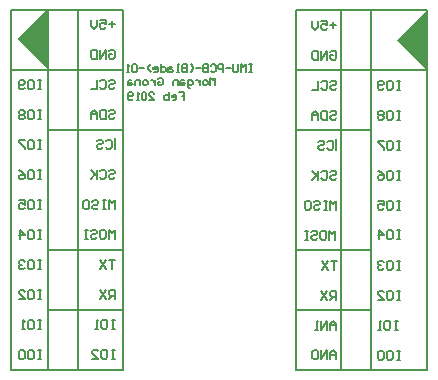
<source format=gbo>
G04*
G04 #@! TF.GenerationSoftware,Altium Limited,Altium Designer,18.1.9 (240)*
G04*
G04 Layer_Color=32896*
%FSLAX24Y24*%
%MOIN*%
G70*
G01*
G75*
%ADD10C,0.0070*%
%ADD11C,0.0080*%
G36*
X1200Y13014D02*
Y11006D01*
X186Y12010D01*
X1200Y13014D01*
D02*
G37*
G36*
X13842Y12992D02*
Y10984D01*
X12828Y11988D01*
X13842Y12992D01*
D02*
G37*
D10*
Y990D02*
Y12992D01*
X11980Y990D02*
Y12990D01*
X9480Y10990D02*
X13842D01*
X9480Y12990D02*
X13842Y12992D01*
X10980Y990D02*
Y12990D01*
X9480Y990D02*
X13842D01*
X9462D02*
Y12990D01*
X9480Y8990D02*
X11980D01*
X9480Y2990D02*
X11980D01*
X-10Y10996D02*
X3692D01*
X-10Y13002D02*
X3692D01*
X-10Y1002D02*
X3692D01*
X1210Y9002D02*
X3692D01*
X1210Y5002D02*
X3692D01*
X1210Y3002D02*
X3692D01*
X2192Y1002D02*
Y13002D01*
X1192Y1002D02*
Y13002D01*
X3692Y1002D02*
Y13002D01*
X-10Y1002D02*
Y13002D01*
X5573Y10240D02*
X5740D01*
Y10115D01*
X5657D01*
X5740D01*
Y9990D01*
X5365D02*
X5449D01*
X5490Y10032D01*
Y10115D01*
X5449Y10157D01*
X5365D01*
X5324Y10115D01*
Y10073D01*
X5490D01*
X5240Y10240D02*
Y9990D01*
X5115D01*
X5074Y10032D01*
Y10073D01*
Y10115D01*
X5115Y10157D01*
X5240D01*
X4574Y9990D02*
X4740D01*
X4574Y10157D01*
Y10198D01*
X4615Y10240D01*
X4699D01*
X4740Y10198D01*
X4490D02*
X4449Y10240D01*
X4366D01*
X4324Y10198D01*
Y10032D01*
X4366Y9990D01*
X4449D01*
X4490Y10032D01*
Y10198D01*
X4241Y9990D02*
X4157D01*
X4199D01*
Y10240D01*
X4241Y10198D01*
X4032Y10032D02*
X3991Y9990D01*
X3907D01*
X3866Y10032D01*
Y10198D01*
X3907Y10240D01*
X3991D01*
X4032Y10198D01*
Y10157D01*
X3991Y10115D01*
X3866D01*
X8000Y11170D02*
X7917D01*
X7958D01*
Y10920D01*
X8000D01*
X7917D01*
X7792D02*
Y11170D01*
X7708Y11087D01*
X7625Y11170D01*
Y10920D01*
X7542Y11170D02*
Y10962D01*
X7500Y10920D01*
X7417D01*
X7375Y10962D01*
Y11170D01*
X7292Y11045D02*
X7125D01*
X7042Y10920D02*
Y11170D01*
X6917D01*
X6875Y11128D01*
Y11045D01*
X6917Y11003D01*
X7042D01*
X6625Y11128D02*
X6667Y11170D01*
X6750D01*
X6792Y11128D01*
Y10962D01*
X6750Y10920D01*
X6667D01*
X6625Y10962D01*
X6542Y11170D02*
Y10920D01*
X6417D01*
X6376Y10962D01*
Y11003D01*
X6417Y11045D01*
X6542D01*
X6417D01*
X6376Y11087D01*
Y11128D01*
X6417Y11170D01*
X6542D01*
X6292Y11045D02*
X6126D01*
X5959Y10920D02*
X6042Y11003D01*
Y11087D01*
X5959Y11170D01*
X5834D02*
Y10920D01*
X5709D01*
X5667Y10962D01*
Y11003D01*
X5709Y11045D01*
X5834D01*
X5709D01*
X5667Y11087D01*
Y11128D01*
X5709Y11170D01*
X5834D01*
X5584Y10920D02*
X5501D01*
X5542D01*
Y11170D01*
X5584D01*
X5334Y11087D02*
X5251D01*
X5209Y11045D01*
Y10920D01*
X5334D01*
X5376Y10962D01*
X5334Y11003D01*
X5209D01*
X4959Y11170D02*
Y10920D01*
X5084D01*
X5126Y10962D01*
Y11045D01*
X5084Y11087D01*
X4959D01*
X4751Y10920D02*
X4834D01*
X4876Y10962D01*
Y11045D01*
X4834Y11087D01*
X4751D01*
X4709Y11045D01*
Y11003D01*
X4876D01*
X4626Y10920D02*
X4543Y11003D01*
Y11087D01*
X4626Y11170D01*
X4418Y11045D02*
X4251D01*
X4168Y11128D02*
X4126Y11170D01*
X4043D01*
X4001Y11128D01*
Y10962D01*
X4043Y10920D01*
X4126D01*
X4168Y10962D01*
Y11128D01*
X3918Y10920D02*
X3835D01*
X3876D01*
Y11170D01*
X3918Y11128D01*
X6780Y10474D02*
Y10724D01*
X6697Y10640D01*
X6613Y10724D01*
Y10474D01*
X6489D02*
X6405D01*
X6364Y10515D01*
Y10599D01*
X6405Y10640D01*
X6489D01*
X6530Y10599D01*
Y10515D01*
X6489Y10474D01*
X6280Y10640D02*
Y10474D01*
Y10557D01*
X6239Y10599D01*
X6197Y10640D01*
X6155D01*
X5947Y10390D02*
X5905D01*
X5864Y10432D01*
Y10640D01*
X5989D01*
X6030Y10599D01*
Y10515D01*
X5989Y10474D01*
X5864D01*
X5739Y10640D02*
X5655D01*
X5614Y10599D01*
Y10474D01*
X5739D01*
X5780Y10515D01*
X5739Y10557D01*
X5614D01*
X5530Y10474D02*
Y10640D01*
X5406D01*
X5364Y10599D01*
Y10474D01*
X4864Y10682D02*
X4906Y10724D01*
X4989D01*
X5031Y10682D01*
Y10515D01*
X4989Y10474D01*
X4906D01*
X4864Y10515D01*
Y10599D01*
X4947D01*
X4781Y10640D02*
Y10474D01*
Y10557D01*
X4739Y10599D01*
X4697Y10640D01*
X4656D01*
X4489Y10474D02*
X4406D01*
X4364Y10515D01*
Y10599D01*
X4406Y10640D01*
X4489D01*
X4531Y10599D01*
Y10515D01*
X4489Y10474D01*
X4281D02*
Y10640D01*
X4156D01*
X4114Y10599D01*
Y10474D01*
X3989Y10640D02*
X3906D01*
X3864Y10599D01*
Y10474D01*
X3989D01*
X4031Y10515D01*
X3989Y10557D01*
X3864D01*
X10811Y1338D02*
Y1538D01*
X10711Y1638D01*
X10611Y1538D01*
Y1338D01*
Y1488D01*
X10811D01*
X10511Y1338D02*
Y1638D01*
X10311Y1338D01*
Y1638D01*
X10211Y1588D02*
X10161Y1638D01*
X10061D01*
X10011Y1588D01*
Y1388D01*
X10061Y1338D01*
X10161D01*
X10211Y1388D01*
Y1588D01*
X10821Y2333D02*
Y2532D01*
X10721Y2632D01*
X10621Y2532D01*
Y2333D01*
Y2482D01*
X10821D01*
X10521Y2333D02*
Y2632D01*
X10321Y2333D01*
Y2632D01*
X10221Y2333D02*
X10121D01*
X10171D01*
Y2632D01*
X10221Y2582D01*
X10811Y3336D02*
Y3636D01*
X10661D01*
X10611Y3586D01*
Y3486D01*
X10661Y3436D01*
X10811D01*
X10711D02*
X10611Y3336D01*
X10511Y3636D02*
X10311Y3336D01*
Y3636D02*
X10511Y3336D01*
X10839Y4623D02*
X10639D01*
X10739D01*
Y4323D01*
X10539Y4623D02*
X10339Y4323D01*
Y4623D02*
X10539Y4323D01*
X10781Y5334D02*
Y5634D01*
X10681Y5534D01*
X10581Y5634D01*
Y5334D01*
X10331Y5634D02*
X10431D01*
X10481Y5584D01*
Y5384D01*
X10431Y5334D01*
X10331D01*
X10281Y5384D01*
Y5584D01*
X10331Y5634D01*
X9981Y5584D02*
X10031Y5634D01*
X10131D01*
X10181Y5584D01*
Y5534D01*
X10131Y5484D01*
X10031D01*
X9981Y5434D01*
Y5384D01*
X10031Y5334D01*
X10131D01*
X10181Y5384D01*
X9881Y5634D02*
X9782D01*
X9831D01*
Y5334D01*
X9881D01*
X9782D01*
X10821Y6333D02*
Y6632D01*
X10721Y6532D01*
X10621Y6632D01*
Y6333D01*
X10521Y6632D02*
X10421D01*
X10471D01*
Y6333D01*
X10521D01*
X10421D01*
X10071Y6582D02*
X10121Y6632D01*
X10221D01*
X10271Y6582D01*
Y6532D01*
X10221Y6482D01*
X10121D01*
X10071Y6432D01*
Y6382D01*
X10121Y6333D01*
X10221D01*
X10271Y6382D01*
X9821Y6632D02*
X9921D01*
X9971Y6582D01*
Y6382D01*
X9921Y6333D01*
X9821D01*
X9771Y6382D01*
Y6582D01*
X9821Y6632D01*
X10615Y7582D02*
X10665Y7632D01*
X10765D01*
X10815Y7582D01*
Y7532D01*
X10765Y7482D01*
X10665D01*
X10615Y7432D01*
Y7383D01*
X10665Y7333D01*
X10765D01*
X10815Y7383D01*
X10315Y7582D02*
X10365Y7632D01*
X10465D01*
X10515Y7582D01*
Y7383D01*
X10465Y7333D01*
X10365D01*
X10315Y7383D01*
X10215Y7632D02*
Y7333D01*
Y7432D01*
X10015Y7632D01*
X10165Y7482D01*
X10015Y7333D01*
X10811Y8427D02*
Y8676D01*
Y8377D02*
Y8327D01*
X10511Y8577D02*
X10561Y8627D01*
X10661D01*
X10711Y8577D01*
Y8377D01*
X10661Y8327D01*
X10561D01*
X10511Y8377D01*
X10211Y8577D02*
X10261Y8627D01*
X10361D01*
X10411Y8577D01*
Y8527D01*
X10361Y8477D01*
X10261D01*
X10211Y8427D01*
Y8377D01*
X10261Y8327D01*
X10361D01*
X10411Y8377D01*
X10615Y9582D02*
X10665Y9632D01*
X10765D01*
X10815Y9582D01*
Y9532D01*
X10765Y9482D01*
X10665D01*
X10615Y9432D01*
Y9383D01*
X10665Y9333D01*
X10765D01*
X10815Y9383D01*
X10515Y9632D02*
Y9333D01*
X10365D01*
X10315Y9383D01*
Y9582D01*
X10365Y9632D01*
X10515D01*
X10215Y9333D02*
Y9532D01*
X10115Y9632D01*
X10015Y9532D01*
Y9333D01*
Y9482D01*
X10215D01*
X10615Y10582D02*
X10665Y10632D01*
X10765D01*
X10815Y10582D01*
Y10532D01*
X10765Y10482D01*
X10665D01*
X10615Y10432D01*
Y10382D01*
X10665Y10333D01*
X10765D01*
X10815Y10382D01*
X10315Y10582D02*
X10365Y10632D01*
X10465D01*
X10515Y10582D01*
Y10382D01*
X10465Y10333D01*
X10365D01*
X10315Y10382D01*
X10215Y10632D02*
Y10333D01*
X10015D01*
X10615Y11582D02*
X10665Y11632D01*
X10765D01*
X10815Y11582D01*
Y11382D01*
X10765Y11333D01*
X10665D01*
X10615Y11382D01*
Y11482D01*
X10715D01*
X10515Y11333D02*
Y11632D01*
X10315Y11333D01*
Y11632D01*
X10215D02*
Y11333D01*
X10065D01*
X10015Y11382D01*
Y11582D01*
X10065Y11632D01*
X10215D01*
X10815Y12482D02*
X10615D01*
X10715Y12582D02*
Y12383D01*
X10315Y12632D02*
X10515D01*
Y12482D01*
X10415Y12532D01*
X10365D01*
X10315Y12482D01*
Y12383D01*
X10365Y12333D01*
X10465D01*
X10515Y12383D01*
X10215Y12632D02*
Y12432D01*
X10115Y12333D01*
X10015Y12432D01*
Y12632D01*
X12947Y1628D02*
X12847D01*
X12897D01*
Y1329D01*
X12947D01*
X12847D01*
X12547Y1628D02*
X12647D01*
X12697Y1578D01*
Y1379D01*
X12647Y1329D01*
X12547D01*
X12497Y1379D01*
Y1578D01*
X12547Y1628D01*
X12397Y1578D02*
X12347Y1628D01*
X12247D01*
X12197Y1578D01*
Y1379D01*
X12247Y1329D01*
X12347D01*
X12397Y1379D01*
Y1578D01*
X12858Y2632D02*
X12758D01*
X12808D01*
Y2333D01*
X12858D01*
X12758D01*
X12458Y2632D02*
X12558D01*
X12608Y2582D01*
Y2383D01*
X12558Y2333D01*
X12458D01*
X12408Y2383D01*
Y2582D01*
X12458Y2632D01*
X12308Y2333D02*
X12208D01*
X12258D01*
Y2632D01*
X12308Y2582D01*
X12951Y3632D02*
X12851D01*
X12901D01*
Y3333D01*
X12951D01*
X12851D01*
X12551Y3632D02*
X12651D01*
X12701Y3582D01*
Y3383D01*
X12651Y3333D01*
X12551D01*
X12501Y3383D01*
Y3582D01*
X12551Y3632D01*
X12201Y3333D02*
X12401D01*
X12201Y3532D01*
Y3582D01*
X12251Y3632D01*
X12351D01*
X12401Y3582D01*
X12947Y4630D02*
X12847D01*
X12897D01*
Y4331D01*
X12947D01*
X12847D01*
X12547Y4630D02*
X12647D01*
X12697Y4580D01*
Y4381D01*
X12647Y4331D01*
X12547D01*
X12497Y4381D01*
Y4580D01*
X12547Y4630D01*
X12397Y4580D02*
X12347Y4630D01*
X12247D01*
X12197Y4580D01*
Y4530D01*
X12247Y4480D01*
X12297D01*
X12247D01*
X12197Y4431D01*
Y4381D01*
X12247Y4331D01*
X12347D01*
X12397Y4381D01*
X12947Y5644D02*
X12847D01*
X12897D01*
Y5344D01*
X12947D01*
X12847D01*
X12547Y5644D02*
X12647D01*
X12697Y5594D01*
Y5394D01*
X12647Y5344D01*
X12547D01*
X12497Y5394D01*
Y5594D01*
X12547Y5644D01*
X12247Y5344D02*
Y5644D01*
X12397Y5494D01*
X12197D01*
X12951Y6632D02*
X12851D01*
X12901D01*
Y6333D01*
X12951D01*
X12851D01*
X12551Y6632D02*
X12651D01*
X12701Y6582D01*
Y6382D01*
X12651Y6333D01*
X12551D01*
X12501Y6382D01*
Y6582D01*
X12551Y6632D01*
X12201D02*
X12401D01*
Y6482D01*
X12301Y6532D01*
X12251D01*
X12201Y6482D01*
Y6382D01*
X12251Y6333D01*
X12351D01*
X12401Y6382D01*
X12951Y7632D02*
X12851D01*
X12901D01*
Y7333D01*
X12951D01*
X12851D01*
X12551Y7632D02*
X12651D01*
X12701Y7582D01*
Y7383D01*
X12651Y7333D01*
X12551D01*
X12501Y7383D01*
Y7582D01*
X12551Y7632D01*
X12201D02*
X12301Y7582D01*
X12401Y7482D01*
Y7383D01*
X12351Y7333D01*
X12251D01*
X12201Y7383D01*
Y7432D01*
X12251Y7482D01*
X12401D01*
X12951Y8632D02*
X12851D01*
X12901D01*
Y8333D01*
X12951D01*
X12851D01*
X12551Y8632D02*
X12651D01*
X12701Y8582D01*
Y8382D01*
X12651Y8333D01*
X12551D01*
X12501Y8382D01*
Y8582D01*
X12551Y8632D01*
X12401D02*
X12201D01*
Y8582D01*
X12401Y8382D01*
Y8333D01*
X12951Y9632D02*
X12851D01*
X12901D01*
Y9333D01*
X12951D01*
X12851D01*
X12551Y9632D02*
X12651D01*
X12701Y9582D01*
Y9383D01*
X12651Y9333D01*
X12551D01*
X12501Y9383D01*
Y9582D01*
X12551Y9632D01*
X12401Y9582D02*
X12351Y9632D01*
X12251D01*
X12201Y9582D01*
Y9532D01*
X12251Y9482D01*
X12201Y9432D01*
Y9383D01*
X12251Y9333D01*
X12351D01*
X12401Y9383D01*
Y9432D01*
X12351Y9482D01*
X12401Y9532D01*
Y9582D01*
X12351Y9482D02*
X12251D01*
X12951Y10632D02*
X12851D01*
X12901D01*
Y10333D01*
X12951D01*
X12851D01*
X12551Y10632D02*
X12651D01*
X12701Y10582D01*
Y10382D01*
X12651Y10333D01*
X12551D01*
X12501Y10382D01*
Y10582D01*
X12551Y10632D01*
X12401Y10382D02*
X12351Y10333D01*
X12251D01*
X12201Y10382D01*
Y10582D01*
X12251Y10632D01*
X12351D01*
X12401Y10582D01*
Y10532D01*
X12351Y10482D01*
X12201D01*
X3440Y4654D02*
X3240D01*
X3340D01*
Y4354D01*
X3140Y4654D02*
X2940Y4354D01*
Y4654D02*
X3140Y4354D01*
X3440Y3354D02*
Y3654D01*
X3290D01*
X3240Y3604D01*
Y3504D01*
X3290Y3454D01*
X3440D01*
X3340D02*
X3240Y3354D01*
X3140Y3654D02*
X2940Y3354D01*
Y3654D02*
X3140Y3354D01*
X3440Y8454D02*
Y8704D01*
Y8404D02*
Y8354D01*
X3140Y8604D02*
X3190Y8654D01*
X3290D01*
X3340Y8604D01*
Y8404D01*
X3290Y8354D01*
X3190D01*
X3140Y8404D01*
X2840Y8604D02*
X2890Y8654D01*
X2990D01*
X3040Y8604D01*
Y8554D01*
X2990Y8504D01*
X2890D01*
X2840Y8454D01*
Y8404D01*
X2890Y8354D01*
X2990D01*
X3040Y8404D01*
X3440Y2654D02*
X3340D01*
X3390D01*
Y2354D01*
X3440D01*
X3340D01*
X3040Y2654D02*
X3140D01*
X3190Y2604D01*
Y2404D01*
X3140Y2354D01*
X3040D01*
X2990Y2404D01*
Y2604D01*
X3040Y2654D01*
X2890Y2354D02*
X2790D01*
X2840D01*
Y2654D01*
X2890Y2604D01*
X3440Y1654D02*
X3340D01*
X3390D01*
Y1354D01*
X3440D01*
X3340D01*
X3040Y1654D02*
X3140D01*
X3190Y1604D01*
Y1404D01*
X3140Y1354D01*
X3040D01*
X2990Y1404D01*
Y1604D01*
X3040Y1654D01*
X2690Y1354D02*
X2890D01*
X2690Y1554D01*
Y1604D01*
X2740Y1654D01*
X2840D01*
X2890Y1604D01*
X3240Y7604D02*
X3290Y7654D01*
X3390D01*
X3440Y7604D01*
Y7554D01*
X3390Y7504D01*
X3290D01*
X3240Y7454D01*
Y7404D01*
X3290Y7354D01*
X3390D01*
X3440Y7404D01*
X2940Y7604D02*
X2990Y7654D01*
X3090D01*
X3140Y7604D01*
Y7404D01*
X3090Y7354D01*
X2990D01*
X2940Y7404D01*
X2840Y7654D02*
Y7354D01*
Y7454D01*
X2640Y7654D01*
X2790Y7504D01*
X2640Y7354D01*
X3240Y11604D02*
X3290Y11654D01*
X3390D01*
X3440Y11604D01*
Y11404D01*
X3390Y11354D01*
X3290D01*
X3240Y11404D01*
Y11504D01*
X3340D01*
X3140Y11354D02*
Y11654D01*
X2940Y11354D01*
Y11654D01*
X2840D02*
Y11354D01*
X2690D01*
X2640Y11404D01*
Y11604D01*
X2690Y11654D01*
X2840D01*
X3440Y12504D02*
X3240D01*
X3340Y12604D02*
Y12404D01*
X2940Y12654D02*
X3140D01*
Y12504D01*
X3040Y12554D01*
X2990D01*
X2940Y12504D01*
Y12404D01*
X2990Y12354D01*
X3090D01*
X3140Y12404D01*
X2840Y12654D02*
Y12454D01*
X2740Y12354D01*
X2640Y12454D01*
Y12654D01*
X3240Y10604D02*
X3290Y10654D01*
X3390D01*
X3440Y10604D01*
Y10554D01*
X3390Y10504D01*
X3290D01*
X3240Y10454D01*
Y10404D01*
X3290Y10354D01*
X3390D01*
X3440Y10404D01*
X2940Y10604D02*
X2990Y10654D01*
X3090D01*
X3140Y10604D01*
Y10404D01*
X3090Y10354D01*
X2990D01*
X2940Y10404D01*
X2840Y10654D02*
Y10354D01*
X2640D01*
X3240Y9604D02*
X3290Y9654D01*
X3390D01*
X3440Y9604D01*
Y9554D01*
X3390Y9504D01*
X3290D01*
X3240Y9454D01*
Y9404D01*
X3290Y9354D01*
X3390D01*
X3440Y9404D01*
X3140Y9654D02*
Y9354D01*
X2990D01*
X2940Y9404D01*
Y9604D01*
X2990Y9654D01*
X3140D01*
X2840Y9354D02*
Y9554D01*
X2740Y9654D01*
X2640Y9554D01*
Y9354D01*
Y9504D01*
X2840D01*
X3440Y5354D02*
Y5654D01*
X3340Y5554D01*
X3240Y5654D01*
Y5354D01*
X2990Y5654D02*
X3090D01*
X3140Y5604D01*
Y5404D01*
X3090Y5354D01*
X2990D01*
X2940Y5404D01*
Y5604D01*
X2990Y5654D01*
X2640Y5604D02*
X2690Y5654D01*
X2790D01*
X2840Y5604D01*
Y5554D01*
X2790Y5504D01*
X2690D01*
X2640Y5454D01*
Y5404D01*
X2690Y5354D01*
X2790D01*
X2840Y5404D01*
X2540Y5654D02*
X2440D01*
X2490D01*
Y5354D01*
X2540D01*
X2440D01*
X3440Y6350D02*
Y6650D01*
X3340Y6550D01*
X3240Y6650D01*
Y6350D01*
X3140Y6650D02*
X3040D01*
X3090D01*
Y6350D01*
X3140D01*
X3040D01*
X2690Y6600D02*
X2740Y6650D01*
X2840D01*
X2890Y6600D01*
Y6550D01*
X2840Y6500D01*
X2740D01*
X2690Y6450D01*
Y6400D01*
X2740Y6350D01*
X2840D01*
X2890Y6400D01*
X2440Y6650D02*
X2540D01*
X2590Y6600D01*
Y6400D01*
X2540Y6350D01*
X2440D01*
X2390Y6400D01*
Y6600D01*
X2440Y6650D01*
X990Y1644D02*
X890D01*
X940D01*
Y1344D01*
X990D01*
X890D01*
X590Y1644D02*
X690D01*
X740Y1594D01*
Y1394D01*
X690Y1344D01*
X590D01*
X540Y1394D01*
Y1594D01*
X590Y1644D01*
X440Y1594D02*
X390Y1644D01*
X290D01*
X240Y1594D01*
Y1394D01*
X290Y1344D01*
X390D01*
X440Y1394D01*
Y1594D01*
X990Y2644D02*
X890D01*
X940D01*
Y2344D01*
X990D01*
X890D01*
X590Y2644D02*
X690D01*
X740Y2594D01*
Y2394D01*
X690Y2344D01*
X590D01*
X540Y2394D01*
Y2594D01*
X590Y2644D01*
X440Y2344D02*
X340D01*
X390D01*
Y2644D01*
X440Y2594D01*
X990Y3644D02*
X890D01*
X940D01*
Y3344D01*
X990D01*
X890D01*
X590Y3644D02*
X690D01*
X740Y3594D01*
Y3394D01*
X690Y3344D01*
X590D01*
X540Y3394D01*
Y3594D01*
X590Y3644D01*
X240Y3344D02*
X440D01*
X240Y3544D01*
Y3594D01*
X290Y3644D01*
X390D01*
X440Y3594D01*
X990Y4644D02*
X890D01*
X940D01*
Y4344D01*
X990D01*
X890D01*
X590Y4644D02*
X690D01*
X740Y4594D01*
Y4394D01*
X690Y4344D01*
X590D01*
X540Y4394D01*
Y4594D01*
X590Y4644D01*
X440Y4594D02*
X390Y4644D01*
X290D01*
X240Y4594D01*
Y4544D01*
X290Y4494D01*
X340D01*
X290D01*
X240Y4444D01*
Y4394D01*
X290Y4344D01*
X390D01*
X440Y4394D01*
X990Y5644D02*
X890D01*
X940D01*
Y5344D01*
X990D01*
X890D01*
X590Y5644D02*
X690D01*
X740Y5594D01*
Y5394D01*
X690Y5344D01*
X590D01*
X540Y5394D01*
Y5594D01*
X590Y5644D01*
X290Y5344D02*
Y5644D01*
X440Y5494D01*
X240D01*
X990Y6644D02*
X890D01*
X940D01*
Y6344D01*
X990D01*
X890D01*
X590Y6644D02*
X690D01*
X740Y6594D01*
Y6394D01*
X690Y6344D01*
X590D01*
X540Y6394D01*
Y6594D01*
X590Y6644D01*
X240D02*
X440D01*
Y6494D01*
X340Y6544D01*
X290D01*
X240Y6494D01*
Y6394D01*
X290Y6344D01*
X390D01*
X440Y6394D01*
X990Y7644D02*
X890D01*
X940D01*
Y7344D01*
X990D01*
X890D01*
X590Y7644D02*
X690D01*
X740Y7594D01*
Y7394D01*
X690Y7344D01*
X590D01*
X540Y7394D01*
Y7594D01*
X590Y7644D01*
X240D02*
X340Y7594D01*
X440Y7494D01*
Y7394D01*
X390Y7344D01*
X290D01*
X240Y7394D01*
Y7444D01*
X290Y7494D01*
X440D01*
X990Y8644D02*
X890D01*
X940D01*
Y8344D01*
X990D01*
X890D01*
X590Y8644D02*
X690D01*
X740Y8594D01*
Y8394D01*
X690Y8344D01*
X590D01*
X540Y8394D01*
Y8594D01*
X590Y8644D01*
X440D02*
X240D01*
Y8594D01*
X440Y8394D01*
Y8344D01*
X990Y9644D02*
X890D01*
X940D01*
Y9344D01*
X990D01*
X890D01*
X590Y9644D02*
X690D01*
X740Y9594D01*
Y9394D01*
X690Y9344D01*
X590D01*
X540Y9394D01*
Y9594D01*
X590Y9644D01*
X440Y9594D02*
X390Y9644D01*
X290D01*
X240Y9594D01*
Y9544D01*
X290Y9494D01*
X240Y9444D01*
Y9394D01*
X290Y9344D01*
X390D01*
X440Y9394D01*
Y9444D01*
X390Y9494D01*
X440Y9544D01*
Y9594D01*
X390Y9494D02*
X290D01*
X990Y10644D02*
X890D01*
X940D01*
Y10344D01*
X990D01*
X890D01*
X590Y10644D02*
X690D01*
X740Y10594D01*
Y10394D01*
X690Y10344D01*
X590D01*
X540Y10394D01*
Y10594D01*
X590Y10644D01*
X440Y10394D02*
X390Y10344D01*
X290D01*
X240Y10394D01*
Y10594D01*
X290Y10644D01*
X390D01*
X440Y10594D01*
Y10544D01*
X390Y10494D01*
X240D01*
D11*
X9480Y4990D02*
X11980D01*
M02*

</source>
